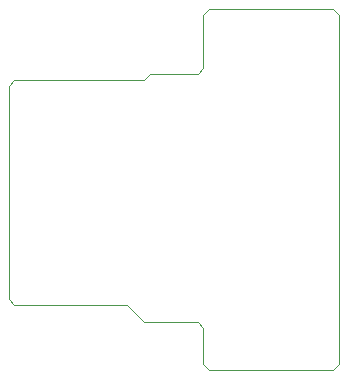
<source format=gbr>
%TF.GenerationSoftware,KiCad,Pcbnew,8.0.0*%
%TF.CreationDate,2024-03-25T14:49:14-05:00*%
%TF.ProjectId,ICD_2x8_16P_ breadboard_breakout,4943445f-3278-4385-9f31-36505f206272,rev?*%
%TF.SameCoordinates,Original*%
%TF.FileFunction,Profile,NP*%
%FSLAX46Y46*%
G04 Gerber Fmt 4.6, Leading zero omitted, Abs format (unit mm)*
G04 Created by KiCad (PCBNEW 8.0.0) date 2024-03-25 14:49:14*
%MOMM*%
%LPD*%
G01*
G04 APERTURE LIST*
%TA.AperFunction,Profile*%
%ADD10C,0.050000*%
%TD*%
G04 APERTURE END LIST*
D10*
X99500000Y-55000000D02*
X99500000Y-59500000D01*
X99500000Y-84500000D02*
X100000000Y-85000000D01*
X99500000Y-81500000D02*
X99500000Y-84500000D01*
X99500000Y-59500000D02*
X99000000Y-60000000D01*
X110500000Y-85000000D02*
X111000000Y-84500000D01*
X111000000Y-55000000D02*
X110500000Y-54500000D01*
X83000000Y-61000000D02*
X83000000Y-79000000D01*
X94500000Y-60500000D02*
X83500000Y-60500000D01*
X83500000Y-79500000D02*
X93000000Y-79500000D01*
X99000000Y-60000000D02*
X95000000Y-60000000D01*
X83500000Y-60500000D02*
X83000000Y-61000000D01*
X99000000Y-81000000D02*
X99500000Y-81500000D01*
X100000000Y-54500000D02*
X99500000Y-55000000D01*
X94500000Y-81000000D02*
X99000000Y-81000000D01*
X100000000Y-85000000D02*
X110500000Y-85000000D01*
X83000000Y-79000000D02*
X83500000Y-79500000D01*
X93000000Y-79500000D02*
X94500000Y-81000000D01*
X95000000Y-60000000D02*
X94500000Y-60500000D01*
X111000000Y-84500000D02*
X111000000Y-55000000D01*
X110500000Y-54500000D02*
X100000000Y-54500000D01*
M02*

</source>
